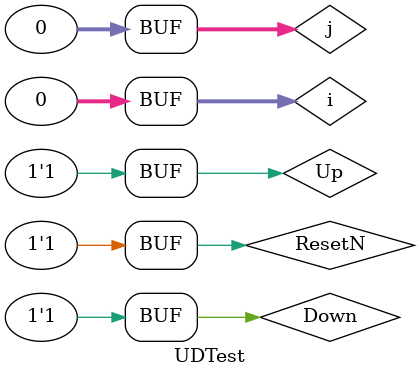
<source format=v>

module UDTest();

//input regs
reg Up, Down, ResetN;

//output wire
wire FullFlag, EmptyFlag;
wire [2:0] Count;

//Instance of the design module
UDCounter ForTest(
    .Up(Up),
    .Down(Down),
    .ResetN(ResetN),
    .FullFlag(FullFlag),
    .EmptyFlag(EmptyFlag),
    .Count(Count)
);

//monitoring the inputs and the outputs
initial begin
    $monitor($time, "  Outputs: Count = %d,  FullFlag = %b,  EmptyFlag = %b
                       Inputs:  Up = %b,   Down = %b,  ResetN = %b
                       ", Count, FullFlag, EmptyFlag, Up, Down, ResetN);
end

//Resetting the System
initial begin
    ResetN   = 1'b0;
    #10;
    ResetN   = 1'b1;
end

//initialization
initial begin
    Up      = 1'b1;
    Down    = 1'b1;
end

//Test
integer i=0, j=0;
initial begin
    for (i = 0; i < 9; i = i + 1) begin            //incrementing untill the FullFlag rises
        Up   = 1'b1;
        #5;
        Up  = 1'b0;
        #5;
        if (FullFlag) begin
            $display("The queue is full please wait patiently.");  
        end
    end
    Up      = 1'b1;

    for (j = 0; j < 9; j = j + 1) begin            //decrementing untill the EmptyFlag rises
        Down = 1'b1;
        #5;
        Down = 1'b0;
        #5;
        if (EmptyFlag) begin
            $display("The queue is empty you can enter now.");  
        end
    end
    Down    = 1'b1;

    //Special Case when a customer enters at the same time another leaves
    #10;
    Up      = 1'b0;
    Down    = 1'b0;
    #10;

    //Special Case when a customer enters but stays at the sensor for a long time
    Down    = 1'b1;
    Up      = 1'b1;
    #10;
    Up      = 1'b0;
    #20;

    //Special Case when a customer leaves but stays at the sensor for a long time
    Up      = 1'b1;
    Down    = 1'b1;
    #10;
    Down    = 1'b0;
    #20;
end

endmodule
</source>
